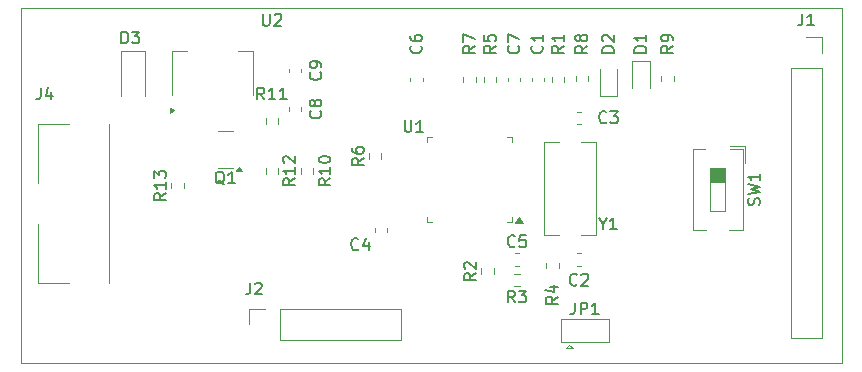
<source format=gbr>
%TF.GenerationSoftware,KiCad,Pcbnew,9.0.2*%
%TF.CreationDate,2025-10-23T03:25:40+03:00*%
%TF.ProjectId,stlinkv2,73746c69-6e6b-4763-922e-6b696361645f,rev?*%
%TF.SameCoordinates,Original*%
%TF.FileFunction,Legend,Top*%
%TF.FilePolarity,Positive*%
%FSLAX46Y46*%
G04 Gerber Fmt 4.6, Leading zero omitted, Abs format (unit mm)*
G04 Created by KiCad (PCBNEW 9.0.2) date 2025-10-23 03:25:40*
%MOMM*%
%LPD*%
G01*
G04 APERTURE LIST*
%ADD10C,0.150000*%
%ADD11C,0.120000*%
%TA.AperFunction,Profile*%
%ADD12C,0.050000*%
%TD*%
G04 APERTURE END LIST*
D10*
X76359580Y-27666666D02*
X76407200Y-27714285D01*
X76407200Y-27714285D02*
X76454819Y-27857142D01*
X76454819Y-27857142D02*
X76454819Y-27952380D01*
X76454819Y-27952380D02*
X76407200Y-28095237D01*
X76407200Y-28095237D02*
X76311961Y-28190475D01*
X76311961Y-28190475D02*
X76216723Y-28238094D01*
X76216723Y-28238094D02*
X76026247Y-28285713D01*
X76026247Y-28285713D02*
X75883390Y-28285713D01*
X75883390Y-28285713D02*
X75692914Y-28238094D01*
X75692914Y-28238094D02*
X75597676Y-28190475D01*
X75597676Y-28190475D02*
X75502438Y-28095237D01*
X75502438Y-28095237D02*
X75454819Y-27952380D01*
X75454819Y-27952380D02*
X75454819Y-27857142D01*
X75454819Y-27857142D02*
X75502438Y-27714285D01*
X75502438Y-27714285D02*
X75550057Y-27666666D01*
X75883390Y-27095237D02*
X75835771Y-27190475D01*
X75835771Y-27190475D02*
X75788152Y-27238094D01*
X75788152Y-27238094D02*
X75692914Y-27285713D01*
X75692914Y-27285713D02*
X75645295Y-27285713D01*
X75645295Y-27285713D02*
X75550057Y-27238094D01*
X75550057Y-27238094D02*
X75502438Y-27190475D01*
X75502438Y-27190475D02*
X75454819Y-27095237D01*
X75454819Y-27095237D02*
X75454819Y-26904761D01*
X75454819Y-26904761D02*
X75502438Y-26809523D01*
X75502438Y-26809523D02*
X75550057Y-26761904D01*
X75550057Y-26761904D02*
X75645295Y-26714285D01*
X75645295Y-26714285D02*
X75692914Y-26714285D01*
X75692914Y-26714285D02*
X75788152Y-26761904D01*
X75788152Y-26761904D02*
X75835771Y-26809523D01*
X75835771Y-26809523D02*
X75883390Y-26904761D01*
X75883390Y-26904761D02*
X75883390Y-27095237D01*
X75883390Y-27095237D02*
X75931009Y-27190475D01*
X75931009Y-27190475D02*
X75978628Y-27238094D01*
X75978628Y-27238094D02*
X76073866Y-27285713D01*
X76073866Y-27285713D02*
X76264342Y-27285713D01*
X76264342Y-27285713D02*
X76359580Y-27238094D01*
X76359580Y-27238094D02*
X76407200Y-27190475D01*
X76407200Y-27190475D02*
X76454819Y-27095237D01*
X76454819Y-27095237D02*
X76454819Y-26904761D01*
X76454819Y-26904761D02*
X76407200Y-26809523D01*
X76407200Y-26809523D02*
X76359580Y-26761904D01*
X76359580Y-26761904D02*
X76264342Y-26714285D01*
X76264342Y-26714285D02*
X76073866Y-26714285D01*
X76073866Y-26714285D02*
X75978628Y-26761904D01*
X75978628Y-26761904D02*
X75931009Y-26809523D01*
X75931009Y-26809523D02*
X75883390Y-26904761D01*
X93109580Y-22166666D02*
X93157200Y-22214285D01*
X93157200Y-22214285D02*
X93204819Y-22357142D01*
X93204819Y-22357142D02*
X93204819Y-22452380D01*
X93204819Y-22452380D02*
X93157200Y-22595237D01*
X93157200Y-22595237D02*
X93061961Y-22690475D01*
X93061961Y-22690475D02*
X92966723Y-22738094D01*
X92966723Y-22738094D02*
X92776247Y-22785713D01*
X92776247Y-22785713D02*
X92633390Y-22785713D01*
X92633390Y-22785713D02*
X92442914Y-22738094D01*
X92442914Y-22738094D02*
X92347676Y-22690475D01*
X92347676Y-22690475D02*
X92252438Y-22595237D01*
X92252438Y-22595237D02*
X92204819Y-22452380D01*
X92204819Y-22452380D02*
X92204819Y-22357142D01*
X92204819Y-22357142D02*
X92252438Y-22214285D01*
X92252438Y-22214285D02*
X92300057Y-22166666D01*
X92204819Y-21833332D02*
X92204819Y-21166666D01*
X92204819Y-21166666D02*
X93204819Y-21595237D01*
X52666666Y-25704819D02*
X52666666Y-26419104D01*
X52666666Y-26419104D02*
X52619047Y-26561961D01*
X52619047Y-26561961D02*
X52523809Y-26657200D01*
X52523809Y-26657200D02*
X52380952Y-26704819D01*
X52380952Y-26704819D02*
X52285714Y-26704819D01*
X53571428Y-26038152D02*
X53571428Y-26704819D01*
X53333333Y-25657200D02*
X53095238Y-26371485D01*
X53095238Y-26371485D02*
X53714285Y-26371485D01*
X70416666Y-42204819D02*
X70416666Y-42919104D01*
X70416666Y-42919104D02*
X70369047Y-43061961D01*
X70369047Y-43061961D02*
X70273809Y-43157200D01*
X70273809Y-43157200D02*
X70130952Y-43204819D01*
X70130952Y-43204819D02*
X70035714Y-43204819D01*
X70845238Y-42300057D02*
X70892857Y-42252438D01*
X70892857Y-42252438D02*
X70988095Y-42204819D01*
X70988095Y-42204819D02*
X71226190Y-42204819D01*
X71226190Y-42204819D02*
X71321428Y-42252438D01*
X71321428Y-42252438D02*
X71369047Y-42300057D01*
X71369047Y-42300057D02*
X71416666Y-42395295D01*
X71416666Y-42395295D02*
X71416666Y-42490533D01*
X71416666Y-42490533D02*
X71369047Y-42633390D01*
X71369047Y-42633390D02*
X70797619Y-43204819D01*
X70797619Y-43204819D02*
X71416666Y-43204819D01*
X91204819Y-22166666D02*
X90728628Y-22499999D01*
X91204819Y-22738094D02*
X90204819Y-22738094D01*
X90204819Y-22738094D02*
X90204819Y-22357142D01*
X90204819Y-22357142D02*
X90252438Y-22261904D01*
X90252438Y-22261904D02*
X90300057Y-22214285D01*
X90300057Y-22214285D02*
X90395295Y-22166666D01*
X90395295Y-22166666D02*
X90538152Y-22166666D01*
X90538152Y-22166666D02*
X90633390Y-22214285D01*
X90633390Y-22214285D02*
X90681009Y-22261904D01*
X90681009Y-22261904D02*
X90728628Y-22357142D01*
X90728628Y-22357142D02*
X90728628Y-22738094D01*
X90204819Y-21261904D02*
X90204819Y-21738094D01*
X90204819Y-21738094D02*
X90681009Y-21785713D01*
X90681009Y-21785713D02*
X90633390Y-21738094D01*
X90633390Y-21738094D02*
X90585771Y-21642856D01*
X90585771Y-21642856D02*
X90585771Y-21404761D01*
X90585771Y-21404761D02*
X90633390Y-21309523D01*
X90633390Y-21309523D02*
X90681009Y-21261904D01*
X90681009Y-21261904D02*
X90776247Y-21214285D01*
X90776247Y-21214285D02*
X91014342Y-21214285D01*
X91014342Y-21214285D02*
X91109580Y-21261904D01*
X91109580Y-21261904D02*
X91157200Y-21309523D01*
X91157200Y-21309523D02*
X91204819Y-21404761D01*
X91204819Y-21404761D02*
X91204819Y-21642856D01*
X91204819Y-21642856D02*
X91157200Y-21738094D01*
X91157200Y-21738094D02*
X91109580Y-21785713D01*
X59511905Y-21954819D02*
X59511905Y-20954819D01*
X59511905Y-20954819D02*
X59750000Y-20954819D01*
X59750000Y-20954819D02*
X59892857Y-21002438D01*
X59892857Y-21002438D02*
X59988095Y-21097676D01*
X59988095Y-21097676D02*
X60035714Y-21192914D01*
X60035714Y-21192914D02*
X60083333Y-21383390D01*
X60083333Y-21383390D02*
X60083333Y-21526247D01*
X60083333Y-21526247D02*
X60035714Y-21716723D01*
X60035714Y-21716723D02*
X59988095Y-21811961D01*
X59988095Y-21811961D02*
X59892857Y-21907200D01*
X59892857Y-21907200D02*
X59750000Y-21954819D01*
X59750000Y-21954819D02*
X59511905Y-21954819D01*
X60416667Y-20954819D02*
X61035714Y-20954819D01*
X61035714Y-20954819D02*
X60702381Y-21335771D01*
X60702381Y-21335771D02*
X60845238Y-21335771D01*
X60845238Y-21335771D02*
X60940476Y-21383390D01*
X60940476Y-21383390D02*
X60988095Y-21431009D01*
X60988095Y-21431009D02*
X61035714Y-21526247D01*
X61035714Y-21526247D02*
X61035714Y-21764342D01*
X61035714Y-21764342D02*
X60988095Y-21859580D01*
X60988095Y-21859580D02*
X60940476Y-21907200D01*
X60940476Y-21907200D02*
X60845238Y-21954819D01*
X60845238Y-21954819D02*
X60559524Y-21954819D01*
X60559524Y-21954819D02*
X60464286Y-21907200D01*
X60464286Y-21907200D02*
X60416667Y-21859580D01*
X106204819Y-22166666D02*
X105728628Y-22499999D01*
X106204819Y-22738094D02*
X105204819Y-22738094D01*
X105204819Y-22738094D02*
X105204819Y-22357142D01*
X105204819Y-22357142D02*
X105252438Y-22261904D01*
X105252438Y-22261904D02*
X105300057Y-22214285D01*
X105300057Y-22214285D02*
X105395295Y-22166666D01*
X105395295Y-22166666D02*
X105538152Y-22166666D01*
X105538152Y-22166666D02*
X105633390Y-22214285D01*
X105633390Y-22214285D02*
X105681009Y-22261904D01*
X105681009Y-22261904D02*
X105728628Y-22357142D01*
X105728628Y-22357142D02*
X105728628Y-22738094D01*
X106204819Y-21690475D02*
X106204819Y-21499999D01*
X106204819Y-21499999D02*
X106157200Y-21404761D01*
X106157200Y-21404761D02*
X106109580Y-21357142D01*
X106109580Y-21357142D02*
X105966723Y-21261904D01*
X105966723Y-21261904D02*
X105776247Y-21214285D01*
X105776247Y-21214285D02*
X105395295Y-21214285D01*
X105395295Y-21214285D02*
X105300057Y-21261904D01*
X105300057Y-21261904D02*
X105252438Y-21309523D01*
X105252438Y-21309523D02*
X105204819Y-21404761D01*
X105204819Y-21404761D02*
X105204819Y-21595237D01*
X105204819Y-21595237D02*
X105252438Y-21690475D01*
X105252438Y-21690475D02*
X105300057Y-21738094D01*
X105300057Y-21738094D02*
X105395295Y-21785713D01*
X105395295Y-21785713D02*
X105633390Y-21785713D01*
X105633390Y-21785713D02*
X105728628Y-21738094D01*
X105728628Y-21738094D02*
X105776247Y-21690475D01*
X105776247Y-21690475D02*
X105823866Y-21595237D01*
X105823866Y-21595237D02*
X105823866Y-21404761D01*
X105823866Y-21404761D02*
X105776247Y-21309523D01*
X105776247Y-21309523D02*
X105728628Y-21261904D01*
X105728628Y-21261904D02*
X105633390Y-21214285D01*
X79583333Y-39359580D02*
X79535714Y-39407200D01*
X79535714Y-39407200D02*
X79392857Y-39454819D01*
X79392857Y-39454819D02*
X79297619Y-39454819D01*
X79297619Y-39454819D02*
X79154762Y-39407200D01*
X79154762Y-39407200D02*
X79059524Y-39311961D01*
X79059524Y-39311961D02*
X79011905Y-39216723D01*
X79011905Y-39216723D02*
X78964286Y-39026247D01*
X78964286Y-39026247D02*
X78964286Y-38883390D01*
X78964286Y-38883390D02*
X79011905Y-38692914D01*
X79011905Y-38692914D02*
X79059524Y-38597676D01*
X79059524Y-38597676D02*
X79154762Y-38502438D01*
X79154762Y-38502438D02*
X79297619Y-38454819D01*
X79297619Y-38454819D02*
X79392857Y-38454819D01*
X79392857Y-38454819D02*
X79535714Y-38502438D01*
X79535714Y-38502438D02*
X79583333Y-38550057D01*
X80440476Y-38788152D02*
X80440476Y-39454819D01*
X80202381Y-38407200D02*
X79964286Y-39121485D01*
X79964286Y-39121485D02*
X80583333Y-39121485D01*
X97916666Y-43904819D02*
X97916666Y-44619104D01*
X97916666Y-44619104D02*
X97869047Y-44761961D01*
X97869047Y-44761961D02*
X97773809Y-44857200D01*
X97773809Y-44857200D02*
X97630952Y-44904819D01*
X97630952Y-44904819D02*
X97535714Y-44904819D01*
X98392857Y-44904819D02*
X98392857Y-43904819D01*
X98392857Y-43904819D02*
X98773809Y-43904819D01*
X98773809Y-43904819D02*
X98869047Y-43952438D01*
X98869047Y-43952438D02*
X98916666Y-44000057D01*
X98916666Y-44000057D02*
X98964285Y-44095295D01*
X98964285Y-44095295D02*
X98964285Y-44238152D01*
X98964285Y-44238152D02*
X98916666Y-44333390D01*
X98916666Y-44333390D02*
X98869047Y-44381009D01*
X98869047Y-44381009D02*
X98773809Y-44428628D01*
X98773809Y-44428628D02*
X98392857Y-44428628D01*
X99916666Y-44904819D02*
X99345238Y-44904819D01*
X99630952Y-44904819D02*
X99630952Y-43904819D01*
X99630952Y-43904819D02*
X99535714Y-44047676D01*
X99535714Y-44047676D02*
X99440476Y-44142914D01*
X99440476Y-44142914D02*
X99345238Y-44190533D01*
X76359580Y-24416666D02*
X76407200Y-24464285D01*
X76407200Y-24464285D02*
X76454819Y-24607142D01*
X76454819Y-24607142D02*
X76454819Y-24702380D01*
X76454819Y-24702380D02*
X76407200Y-24845237D01*
X76407200Y-24845237D02*
X76311961Y-24940475D01*
X76311961Y-24940475D02*
X76216723Y-24988094D01*
X76216723Y-24988094D02*
X76026247Y-25035713D01*
X76026247Y-25035713D02*
X75883390Y-25035713D01*
X75883390Y-25035713D02*
X75692914Y-24988094D01*
X75692914Y-24988094D02*
X75597676Y-24940475D01*
X75597676Y-24940475D02*
X75502438Y-24845237D01*
X75502438Y-24845237D02*
X75454819Y-24702380D01*
X75454819Y-24702380D02*
X75454819Y-24607142D01*
X75454819Y-24607142D02*
X75502438Y-24464285D01*
X75502438Y-24464285D02*
X75550057Y-24416666D01*
X76454819Y-23940475D02*
X76454819Y-23749999D01*
X76454819Y-23749999D02*
X76407200Y-23654761D01*
X76407200Y-23654761D02*
X76359580Y-23607142D01*
X76359580Y-23607142D02*
X76216723Y-23511904D01*
X76216723Y-23511904D02*
X76026247Y-23464285D01*
X76026247Y-23464285D02*
X75645295Y-23464285D01*
X75645295Y-23464285D02*
X75550057Y-23511904D01*
X75550057Y-23511904D02*
X75502438Y-23559523D01*
X75502438Y-23559523D02*
X75454819Y-23654761D01*
X75454819Y-23654761D02*
X75454819Y-23845237D01*
X75454819Y-23845237D02*
X75502438Y-23940475D01*
X75502438Y-23940475D02*
X75550057Y-23988094D01*
X75550057Y-23988094D02*
X75645295Y-24035713D01*
X75645295Y-24035713D02*
X75883390Y-24035713D01*
X75883390Y-24035713D02*
X75978628Y-23988094D01*
X75978628Y-23988094D02*
X76026247Y-23940475D01*
X76026247Y-23940475D02*
X76073866Y-23845237D01*
X76073866Y-23845237D02*
X76073866Y-23654761D01*
X76073866Y-23654761D02*
X76026247Y-23559523D01*
X76026247Y-23559523D02*
X75978628Y-23511904D01*
X75978628Y-23511904D02*
X75883390Y-23464285D01*
X92833333Y-39109580D02*
X92785714Y-39157200D01*
X92785714Y-39157200D02*
X92642857Y-39204819D01*
X92642857Y-39204819D02*
X92547619Y-39204819D01*
X92547619Y-39204819D02*
X92404762Y-39157200D01*
X92404762Y-39157200D02*
X92309524Y-39061961D01*
X92309524Y-39061961D02*
X92261905Y-38966723D01*
X92261905Y-38966723D02*
X92214286Y-38776247D01*
X92214286Y-38776247D02*
X92214286Y-38633390D01*
X92214286Y-38633390D02*
X92261905Y-38442914D01*
X92261905Y-38442914D02*
X92309524Y-38347676D01*
X92309524Y-38347676D02*
X92404762Y-38252438D01*
X92404762Y-38252438D02*
X92547619Y-38204819D01*
X92547619Y-38204819D02*
X92642857Y-38204819D01*
X92642857Y-38204819D02*
X92785714Y-38252438D01*
X92785714Y-38252438D02*
X92833333Y-38300057D01*
X93738095Y-38204819D02*
X93261905Y-38204819D01*
X93261905Y-38204819D02*
X93214286Y-38681009D01*
X93214286Y-38681009D02*
X93261905Y-38633390D01*
X93261905Y-38633390D02*
X93357143Y-38585771D01*
X93357143Y-38585771D02*
X93595238Y-38585771D01*
X93595238Y-38585771D02*
X93690476Y-38633390D01*
X93690476Y-38633390D02*
X93738095Y-38681009D01*
X93738095Y-38681009D02*
X93785714Y-38776247D01*
X93785714Y-38776247D02*
X93785714Y-39014342D01*
X93785714Y-39014342D02*
X93738095Y-39109580D01*
X93738095Y-39109580D02*
X93690476Y-39157200D01*
X93690476Y-39157200D02*
X93595238Y-39204819D01*
X93595238Y-39204819D02*
X93357143Y-39204819D01*
X93357143Y-39204819D02*
X93261905Y-39157200D01*
X93261905Y-39157200D02*
X93214286Y-39109580D01*
X100273809Y-37228628D02*
X100273809Y-37704819D01*
X99940476Y-36704819D02*
X100273809Y-37228628D01*
X100273809Y-37228628D02*
X100607142Y-36704819D01*
X101464285Y-37704819D02*
X100892857Y-37704819D01*
X101178571Y-37704819D02*
X101178571Y-36704819D01*
X101178571Y-36704819D02*
X101083333Y-36847676D01*
X101083333Y-36847676D02*
X100988095Y-36942914D01*
X100988095Y-36942914D02*
X100892857Y-36990533D01*
X77204819Y-33392857D02*
X76728628Y-33726190D01*
X77204819Y-33964285D02*
X76204819Y-33964285D01*
X76204819Y-33964285D02*
X76204819Y-33583333D01*
X76204819Y-33583333D02*
X76252438Y-33488095D01*
X76252438Y-33488095D02*
X76300057Y-33440476D01*
X76300057Y-33440476D02*
X76395295Y-33392857D01*
X76395295Y-33392857D02*
X76538152Y-33392857D01*
X76538152Y-33392857D02*
X76633390Y-33440476D01*
X76633390Y-33440476D02*
X76681009Y-33488095D01*
X76681009Y-33488095D02*
X76728628Y-33583333D01*
X76728628Y-33583333D02*
X76728628Y-33964285D01*
X77204819Y-32440476D02*
X77204819Y-33011904D01*
X77204819Y-32726190D02*
X76204819Y-32726190D01*
X76204819Y-32726190D02*
X76347676Y-32821428D01*
X76347676Y-32821428D02*
X76442914Y-32916666D01*
X76442914Y-32916666D02*
X76490533Y-33011904D01*
X76204819Y-31821428D02*
X76204819Y-31726190D01*
X76204819Y-31726190D02*
X76252438Y-31630952D01*
X76252438Y-31630952D02*
X76300057Y-31583333D01*
X76300057Y-31583333D02*
X76395295Y-31535714D01*
X76395295Y-31535714D02*
X76585771Y-31488095D01*
X76585771Y-31488095D02*
X76823866Y-31488095D01*
X76823866Y-31488095D02*
X77014342Y-31535714D01*
X77014342Y-31535714D02*
X77109580Y-31583333D01*
X77109580Y-31583333D02*
X77157200Y-31630952D01*
X77157200Y-31630952D02*
X77204819Y-31726190D01*
X77204819Y-31726190D02*
X77204819Y-31821428D01*
X77204819Y-31821428D02*
X77157200Y-31916666D01*
X77157200Y-31916666D02*
X77109580Y-31964285D01*
X77109580Y-31964285D02*
X77014342Y-32011904D01*
X77014342Y-32011904D02*
X76823866Y-32059523D01*
X76823866Y-32059523D02*
X76585771Y-32059523D01*
X76585771Y-32059523D02*
X76395295Y-32011904D01*
X76395295Y-32011904D02*
X76300057Y-31964285D01*
X76300057Y-31964285D02*
X76252438Y-31916666D01*
X76252438Y-31916666D02*
X76204819Y-31821428D01*
X103954819Y-22738094D02*
X102954819Y-22738094D01*
X102954819Y-22738094D02*
X102954819Y-22499999D01*
X102954819Y-22499999D02*
X103002438Y-22357142D01*
X103002438Y-22357142D02*
X103097676Y-22261904D01*
X103097676Y-22261904D02*
X103192914Y-22214285D01*
X103192914Y-22214285D02*
X103383390Y-22166666D01*
X103383390Y-22166666D02*
X103526247Y-22166666D01*
X103526247Y-22166666D02*
X103716723Y-22214285D01*
X103716723Y-22214285D02*
X103811961Y-22261904D01*
X103811961Y-22261904D02*
X103907200Y-22357142D01*
X103907200Y-22357142D02*
X103954819Y-22499999D01*
X103954819Y-22499999D02*
X103954819Y-22738094D01*
X103954819Y-21214285D02*
X103954819Y-21785713D01*
X103954819Y-21499999D02*
X102954819Y-21499999D01*
X102954819Y-21499999D02*
X103097676Y-21595237D01*
X103097676Y-21595237D02*
X103192914Y-21690475D01*
X103192914Y-21690475D02*
X103240533Y-21785713D01*
X92833333Y-43884819D02*
X92500000Y-43408628D01*
X92261905Y-43884819D02*
X92261905Y-42884819D01*
X92261905Y-42884819D02*
X92642857Y-42884819D01*
X92642857Y-42884819D02*
X92738095Y-42932438D01*
X92738095Y-42932438D02*
X92785714Y-42980057D01*
X92785714Y-42980057D02*
X92833333Y-43075295D01*
X92833333Y-43075295D02*
X92833333Y-43218152D01*
X92833333Y-43218152D02*
X92785714Y-43313390D01*
X92785714Y-43313390D02*
X92738095Y-43361009D01*
X92738095Y-43361009D02*
X92642857Y-43408628D01*
X92642857Y-43408628D02*
X92261905Y-43408628D01*
X93166667Y-42884819D02*
X93785714Y-42884819D01*
X93785714Y-42884819D02*
X93452381Y-43265771D01*
X93452381Y-43265771D02*
X93595238Y-43265771D01*
X93595238Y-43265771D02*
X93690476Y-43313390D01*
X93690476Y-43313390D02*
X93738095Y-43361009D01*
X93738095Y-43361009D02*
X93785714Y-43456247D01*
X93785714Y-43456247D02*
X93785714Y-43694342D01*
X93785714Y-43694342D02*
X93738095Y-43789580D01*
X93738095Y-43789580D02*
X93690476Y-43837200D01*
X93690476Y-43837200D02*
X93595238Y-43884819D01*
X93595238Y-43884819D02*
X93309524Y-43884819D01*
X93309524Y-43884819D02*
X93214286Y-43837200D01*
X93214286Y-43837200D02*
X93166667Y-43789580D01*
X96954819Y-22166666D02*
X96478628Y-22499999D01*
X96954819Y-22738094D02*
X95954819Y-22738094D01*
X95954819Y-22738094D02*
X95954819Y-22357142D01*
X95954819Y-22357142D02*
X96002438Y-22261904D01*
X96002438Y-22261904D02*
X96050057Y-22214285D01*
X96050057Y-22214285D02*
X96145295Y-22166666D01*
X96145295Y-22166666D02*
X96288152Y-22166666D01*
X96288152Y-22166666D02*
X96383390Y-22214285D01*
X96383390Y-22214285D02*
X96431009Y-22261904D01*
X96431009Y-22261904D02*
X96478628Y-22357142D01*
X96478628Y-22357142D02*
X96478628Y-22738094D01*
X96954819Y-21214285D02*
X96954819Y-21785713D01*
X96954819Y-21499999D02*
X95954819Y-21499999D01*
X95954819Y-21499999D02*
X96097676Y-21595237D01*
X96097676Y-21595237D02*
X96192914Y-21690475D01*
X96192914Y-21690475D02*
X96240533Y-21785713D01*
X89524819Y-41416666D02*
X89048628Y-41749999D01*
X89524819Y-41988094D02*
X88524819Y-41988094D01*
X88524819Y-41988094D02*
X88524819Y-41607142D01*
X88524819Y-41607142D02*
X88572438Y-41511904D01*
X88572438Y-41511904D02*
X88620057Y-41464285D01*
X88620057Y-41464285D02*
X88715295Y-41416666D01*
X88715295Y-41416666D02*
X88858152Y-41416666D01*
X88858152Y-41416666D02*
X88953390Y-41464285D01*
X88953390Y-41464285D02*
X89001009Y-41511904D01*
X89001009Y-41511904D02*
X89048628Y-41607142D01*
X89048628Y-41607142D02*
X89048628Y-41988094D01*
X88620057Y-41035713D02*
X88572438Y-40988094D01*
X88572438Y-40988094D02*
X88524819Y-40892856D01*
X88524819Y-40892856D02*
X88524819Y-40654761D01*
X88524819Y-40654761D02*
X88572438Y-40559523D01*
X88572438Y-40559523D02*
X88620057Y-40511904D01*
X88620057Y-40511904D02*
X88715295Y-40464285D01*
X88715295Y-40464285D02*
X88810533Y-40464285D01*
X88810533Y-40464285D02*
X88953390Y-40511904D01*
X88953390Y-40511904D02*
X89524819Y-41083332D01*
X89524819Y-41083332D02*
X89524819Y-40464285D01*
X71488095Y-19454819D02*
X71488095Y-20264342D01*
X71488095Y-20264342D02*
X71535714Y-20359580D01*
X71535714Y-20359580D02*
X71583333Y-20407200D01*
X71583333Y-20407200D02*
X71678571Y-20454819D01*
X71678571Y-20454819D02*
X71869047Y-20454819D01*
X71869047Y-20454819D02*
X71964285Y-20407200D01*
X71964285Y-20407200D02*
X72011904Y-20359580D01*
X72011904Y-20359580D02*
X72059523Y-20264342D01*
X72059523Y-20264342D02*
X72059523Y-19454819D01*
X72488095Y-19550057D02*
X72535714Y-19502438D01*
X72535714Y-19502438D02*
X72630952Y-19454819D01*
X72630952Y-19454819D02*
X72869047Y-19454819D01*
X72869047Y-19454819D02*
X72964285Y-19502438D01*
X72964285Y-19502438D02*
X73011904Y-19550057D01*
X73011904Y-19550057D02*
X73059523Y-19645295D01*
X73059523Y-19645295D02*
X73059523Y-19740533D01*
X73059523Y-19740533D02*
X73011904Y-19883390D01*
X73011904Y-19883390D02*
X72440476Y-20454819D01*
X72440476Y-20454819D02*
X73059523Y-20454819D01*
X98954819Y-22166666D02*
X98478628Y-22499999D01*
X98954819Y-22738094D02*
X97954819Y-22738094D01*
X97954819Y-22738094D02*
X97954819Y-22357142D01*
X97954819Y-22357142D02*
X98002438Y-22261904D01*
X98002438Y-22261904D02*
X98050057Y-22214285D01*
X98050057Y-22214285D02*
X98145295Y-22166666D01*
X98145295Y-22166666D02*
X98288152Y-22166666D01*
X98288152Y-22166666D02*
X98383390Y-22214285D01*
X98383390Y-22214285D02*
X98431009Y-22261904D01*
X98431009Y-22261904D02*
X98478628Y-22357142D01*
X98478628Y-22357142D02*
X98478628Y-22738094D01*
X98383390Y-21595237D02*
X98335771Y-21690475D01*
X98335771Y-21690475D02*
X98288152Y-21738094D01*
X98288152Y-21738094D02*
X98192914Y-21785713D01*
X98192914Y-21785713D02*
X98145295Y-21785713D01*
X98145295Y-21785713D02*
X98050057Y-21738094D01*
X98050057Y-21738094D02*
X98002438Y-21690475D01*
X98002438Y-21690475D02*
X97954819Y-21595237D01*
X97954819Y-21595237D02*
X97954819Y-21404761D01*
X97954819Y-21404761D02*
X98002438Y-21309523D01*
X98002438Y-21309523D02*
X98050057Y-21261904D01*
X98050057Y-21261904D02*
X98145295Y-21214285D01*
X98145295Y-21214285D02*
X98192914Y-21214285D01*
X98192914Y-21214285D02*
X98288152Y-21261904D01*
X98288152Y-21261904D02*
X98335771Y-21309523D01*
X98335771Y-21309523D02*
X98383390Y-21404761D01*
X98383390Y-21404761D02*
X98383390Y-21595237D01*
X98383390Y-21595237D02*
X98431009Y-21690475D01*
X98431009Y-21690475D02*
X98478628Y-21738094D01*
X98478628Y-21738094D02*
X98573866Y-21785713D01*
X98573866Y-21785713D02*
X98764342Y-21785713D01*
X98764342Y-21785713D02*
X98859580Y-21738094D01*
X98859580Y-21738094D02*
X98907200Y-21690475D01*
X98907200Y-21690475D02*
X98954819Y-21595237D01*
X98954819Y-21595237D02*
X98954819Y-21404761D01*
X98954819Y-21404761D02*
X98907200Y-21309523D01*
X98907200Y-21309523D02*
X98859580Y-21261904D01*
X98859580Y-21261904D02*
X98764342Y-21214285D01*
X98764342Y-21214285D02*
X98573866Y-21214285D01*
X98573866Y-21214285D02*
X98478628Y-21261904D01*
X98478628Y-21261904D02*
X98431009Y-21309523D01*
X98431009Y-21309523D02*
X98383390Y-21404761D01*
X89454819Y-22166666D02*
X88978628Y-22499999D01*
X89454819Y-22738094D02*
X88454819Y-22738094D01*
X88454819Y-22738094D02*
X88454819Y-22357142D01*
X88454819Y-22357142D02*
X88502438Y-22261904D01*
X88502438Y-22261904D02*
X88550057Y-22214285D01*
X88550057Y-22214285D02*
X88645295Y-22166666D01*
X88645295Y-22166666D02*
X88788152Y-22166666D01*
X88788152Y-22166666D02*
X88883390Y-22214285D01*
X88883390Y-22214285D02*
X88931009Y-22261904D01*
X88931009Y-22261904D02*
X88978628Y-22357142D01*
X88978628Y-22357142D02*
X88978628Y-22738094D01*
X88454819Y-21833332D02*
X88454819Y-21166666D01*
X88454819Y-21166666D02*
X89454819Y-21595237D01*
X95109580Y-22166666D02*
X95157200Y-22214285D01*
X95157200Y-22214285D02*
X95204819Y-22357142D01*
X95204819Y-22357142D02*
X95204819Y-22452380D01*
X95204819Y-22452380D02*
X95157200Y-22595237D01*
X95157200Y-22595237D02*
X95061961Y-22690475D01*
X95061961Y-22690475D02*
X94966723Y-22738094D01*
X94966723Y-22738094D02*
X94776247Y-22785713D01*
X94776247Y-22785713D02*
X94633390Y-22785713D01*
X94633390Y-22785713D02*
X94442914Y-22738094D01*
X94442914Y-22738094D02*
X94347676Y-22690475D01*
X94347676Y-22690475D02*
X94252438Y-22595237D01*
X94252438Y-22595237D02*
X94204819Y-22452380D01*
X94204819Y-22452380D02*
X94204819Y-22357142D01*
X94204819Y-22357142D02*
X94252438Y-22214285D01*
X94252438Y-22214285D02*
X94300057Y-22166666D01*
X95204819Y-21214285D02*
X95204819Y-21785713D01*
X95204819Y-21499999D02*
X94204819Y-21499999D01*
X94204819Y-21499999D02*
X94347676Y-21595237D01*
X94347676Y-21595237D02*
X94442914Y-21690475D01*
X94442914Y-21690475D02*
X94490533Y-21785713D01*
X84859580Y-22166666D02*
X84907200Y-22214285D01*
X84907200Y-22214285D02*
X84954819Y-22357142D01*
X84954819Y-22357142D02*
X84954819Y-22452380D01*
X84954819Y-22452380D02*
X84907200Y-22595237D01*
X84907200Y-22595237D02*
X84811961Y-22690475D01*
X84811961Y-22690475D02*
X84716723Y-22738094D01*
X84716723Y-22738094D02*
X84526247Y-22785713D01*
X84526247Y-22785713D02*
X84383390Y-22785713D01*
X84383390Y-22785713D02*
X84192914Y-22738094D01*
X84192914Y-22738094D02*
X84097676Y-22690475D01*
X84097676Y-22690475D02*
X84002438Y-22595237D01*
X84002438Y-22595237D02*
X83954819Y-22452380D01*
X83954819Y-22452380D02*
X83954819Y-22357142D01*
X83954819Y-22357142D02*
X84002438Y-22214285D01*
X84002438Y-22214285D02*
X84050057Y-22166666D01*
X83954819Y-21309523D02*
X83954819Y-21499999D01*
X83954819Y-21499999D02*
X84002438Y-21595237D01*
X84002438Y-21595237D02*
X84050057Y-21642856D01*
X84050057Y-21642856D02*
X84192914Y-21738094D01*
X84192914Y-21738094D02*
X84383390Y-21785713D01*
X84383390Y-21785713D02*
X84764342Y-21785713D01*
X84764342Y-21785713D02*
X84859580Y-21738094D01*
X84859580Y-21738094D02*
X84907200Y-21690475D01*
X84907200Y-21690475D02*
X84954819Y-21595237D01*
X84954819Y-21595237D02*
X84954819Y-21404761D01*
X84954819Y-21404761D02*
X84907200Y-21309523D01*
X84907200Y-21309523D02*
X84859580Y-21261904D01*
X84859580Y-21261904D02*
X84764342Y-21214285D01*
X84764342Y-21214285D02*
X84526247Y-21214285D01*
X84526247Y-21214285D02*
X84431009Y-21261904D01*
X84431009Y-21261904D02*
X84383390Y-21309523D01*
X84383390Y-21309523D02*
X84335771Y-21404761D01*
X84335771Y-21404761D02*
X84335771Y-21595237D01*
X84335771Y-21595237D02*
X84383390Y-21690475D01*
X84383390Y-21690475D02*
X84431009Y-21738094D01*
X84431009Y-21738094D02*
X84526247Y-21785713D01*
X71607142Y-26704819D02*
X71273809Y-26228628D01*
X71035714Y-26704819D02*
X71035714Y-25704819D01*
X71035714Y-25704819D02*
X71416666Y-25704819D01*
X71416666Y-25704819D02*
X71511904Y-25752438D01*
X71511904Y-25752438D02*
X71559523Y-25800057D01*
X71559523Y-25800057D02*
X71607142Y-25895295D01*
X71607142Y-25895295D02*
X71607142Y-26038152D01*
X71607142Y-26038152D02*
X71559523Y-26133390D01*
X71559523Y-26133390D02*
X71511904Y-26181009D01*
X71511904Y-26181009D02*
X71416666Y-26228628D01*
X71416666Y-26228628D02*
X71035714Y-26228628D01*
X72559523Y-26704819D02*
X71988095Y-26704819D01*
X72273809Y-26704819D02*
X72273809Y-25704819D01*
X72273809Y-25704819D02*
X72178571Y-25847676D01*
X72178571Y-25847676D02*
X72083333Y-25942914D01*
X72083333Y-25942914D02*
X71988095Y-25990533D01*
X73511904Y-26704819D02*
X72940476Y-26704819D01*
X73226190Y-26704819D02*
X73226190Y-25704819D01*
X73226190Y-25704819D02*
X73130952Y-25847676D01*
X73130952Y-25847676D02*
X73035714Y-25942914D01*
X73035714Y-25942914D02*
X72940476Y-25990533D01*
X117166666Y-19434819D02*
X117166666Y-20149104D01*
X117166666Y-20149104D02*
X117119047Y-20291961D01*
X117119047Y-20291961D02*
X117023809Y-20387200D01*
X117023809Y-20387200D02*
X116880952Y-20434819D01*
X116880952Y-20434819D02*
X116785714Y-20434819D01*
X118166666Y-20434819D02*
X117595238Y-20434819D01*
X117880952Y-20434819D02*
X117880952Y-19434819D01*
X117880952Y-19434819D02*
X117785714Y-19577676D01*
X117785714Y-19577676D02*
X117690476Y-19672914D01*
X117690476Y-19672914D02*
X117595238Y-19720533D01*
X63274819Y-34642857D02*
X62798628Y-34976190D01*
X63274819Y-35214285D02*
X62274819Y-35214285D01*
X62274819Y-35214285D02*
X62274819Y-34833333D01*
X62274819Y-34833333D02*
X62322438Y-34738095D01*
X62322438Y-34738095D02*
X62370057Y-34690476D01*
X62370057Y-34690476D02*
X62465295Y-34642857D01*
X62465295Y-34642857D02*
X62608152Y-34642857D01*
X62608152Y-34642857D02*
X62703390Y-34690476D01*
X62703390Y-34690476D02*
X62751009Y-34738095D01*
X62751009Y-34738095D02*
X62798628Y-34833333D01*
X62798628Y-34833333D02*
X62798628Y-35214285D01*
X63274819Y-33690476D02*
X63274819Y-34261904D01*
X63274819Y-33976190D02*
X62274819Y-33976190D01*
X62274819Y-33976190D02*
X62417676Y-34071428D01*
X62417676Y-34071428D02*
X62512914Y-34166666D01*
X62512914Y-34166666D02*
X62560533Y-34261904D01*
X62274819Y-33357142D02*
X62274819Y-32738095D01*
X62274819Y-32738095D02*
X62655771Y-33071428D01*
X62655771Y-33071428D02*
X62655771Y-32928571D01*
X62655771Y-32928571D02*
X62703390Y-32833333D01*
X62703390Y-32833333D02*
X62751009Y-32785714D01*
X62751009Y-32785714D02*
X62846247Y-32738095D01*
X62846247Y-32738095D02*
X63084342Y-32738095D01*
X63084342Y-32738095D02*
X63179580Y-32785714D01*
X63179580Y-32785714D02*
X63227200Y-32833333D01*
X63227200Y-32833333D02*
X63274819Y-32928571D01*
X63274819Y-32928571D02*
X63274819Y-33214285D01*
X63274819Y-33214285D02*
X63227200Y-33309523D01*
X63227200Y-33309523D02*
X63179580Y-33357142D01*
X83488095Y-28454819D02*
X83488095Y-29264342D01*
X83488095Y-29264342D02*
X83535714Y-29359580D01*
X83535714Y-29359580D02*
X83583333Y-29407200D01*
X83583333Y-29407200D02*
X83678571Y-29454819D01*
X83678571Y-29454819D02*
X83869047Y-29454819D01*
X83869047Y-29454819D02*
X83964285Y-29407200D01*
X83964285Y-29407200D02*
X84011904Y-29359580D01*
X84011904Y-29359580D02*
X84059523Y-29264342D01*
X84059523Y-29264342D02*
X84059523Y-28454819D01*
X85059523Y-29454819D02*
X84488095Y-29454819D01*
X84773809Y-29454819D02*
X84773809Y-28454819D01*
X84773809Y-28454819D02*
X84678571Y-28597676D01*
X84678571Y-28597676D02*
X84583333Y-28692914D01*
X84583333Y-28692914D02*
X84488095Y-28740533D01*
X74204819Y-33392857D02*
X73728628Y-33726190D01*
X74204819Y-33964285D02*
X73204819Y-33964285D01*
X73204819Y-33964285D02*
X73204819Y-33583333D01*
X73204819Y-33583333D02*
X73252438Y-33488095D01*
X73252438Y-33488095D02*
X73300057Y-33440476D01*
X73300057Y-33440476D02*
X73395295Y-33392857D01*
X73395295Y-33392857D02*
X73538152Y-33392857D01*
X73538152Y-33392857D02*
X73633390Y-33440476D01*
X73633390Y-33440476D02*
X73681009Y-33488095D01*
X73681009Y-33488095D02*
X73728628Y-33583333D01*
X73728628Y-33583333D02*
X73728628Y-33964285D01*
X74204819Y-32440476D02*
X74204819Y-33011904D01*
X74204819Y-32726190D02*
X73204819Y-32726190D01*
X73204819Y-32726190D02*
X73347676Y-32821428D01*
X73347676Y-32821428D02*
X73442914Y-32916666D01*
X73442914Y-32916666D02*
X73490533Y-33011904D01*
X73300057Y-32059523D02*
X73252438Y-32011904D01*
X73252438Y-32011904D02*
X73204819Y-31916666D01*
X73204819Y-31916666D02*
X73204819Y-31678571D01*
X73204819Y-31678571D02*
X73252438Y-31583333D01*
X73252438Y-31583333D02*
X73300057Y-31535714D01*
X73300057Y-31535714D02*
X73395295Y-31488095D01*
X73395295Y-31488095D02*
X73490533Y-31488095D01*
X73490533Y-31488095D02*
X73633390Y-31535714D01*
X73633390Y-31535714D02*
X74204819Y-32107142D01*
X74204819Y-32107142D02*
X74204819Y-31488095D01*
X80024819Y-31666666D02*
X79548628Y-31999999D01*
X80024819Y-32238094D02*
X79024819Y-32238094D01*
X79024819Y-32238094D02*
X79024819Y-31857142D01*
X79024819Y-31857142D02*
X79072438Y-31761904D01*
X79072438Y-31761904D02*
X79120057Y-31714285D01*
X79120057Y-31714285D02*
X79215295Y-31666666D01*
X79215295Y-31666666D02*
X79358152Y-31666666D01*
X79358152Y-31666666D02*
X79453390Y-31714285D01*
X79453390Y-31714285D02*
X79501009Y-31761904D01*
X79501009Y-31761904D02*
X79548628Y-31857142D01*
X79548628Y-31857142D02*
X79548628Y-32238094D01*
X79024819Y-30809523D02*
X79024819Y-30999999D01*
X79024819Y-30999999D02*
X79072438Y-31095237D01*
X79072438Y-31095237D02*
X79120057Y-31142856D01*
X79120057Y-31142856D02*
X79262914Y-31238094D01*
X79262914Y-31238094D02*
X79453390Y-31285713D01*
X79453390Y-31285713D02*
X79834342Y-31285713D01*
X79834342Y-31285713D02*
X79929580Y-31238094D01*
X79929580Y-31238094D02*
X79977200Y-31190475D01*
X79977200Y-31190475D02*
X80024819Y-31095237D01*
X80024819Y-31095237D02*
X80024819Y-30904761D01*
X80024819Y-30904761D02*
X79977200Y-30809523D01*
X79977200Y-30809523D02*
X79929580Y-30761904D01*
X79929580Y-30761904D02*
X79834342Y-30714285D01*
X79834342Y-30714285D02*
X79596247Y-30714285D01*
X79596247Y-30714285D02*
X79501009Y-30761904D01*
X79501009Y-30761904D02*
X79453390Y-30809523D01*
X79453390Y-30809523D02*
X79405771Y-30904761D01*
X79405771Y-30904761D02*
X79405771Y-31095237D01*
X79405771Y-31095237D02*
X79453390Y-31190475D01*
X79453390Y-31190475D02*
X79501009Y-31238094D01*
X79501009Y-31238094D02*
X79596247Y-31285713D01*
X68217261Y-33900057D02*
X68122023Y-33852438D01*
X68122023Y-33852438D02*
X68026785Y-33757200D01*
X68026785Y-33757200D02*
X67883928Y-33614342D01*
X67883928Y-33614342D02*
X67788690Y-33566723D01*
X67788690Y-33566723D02*
X67693452Y-33566723D01*
X67741071Y-33804819D02*
X67645833Y-33757200D01*
X67645833Y-33757200D02*
X67550595Y-33661961D01*
X67550595Y-33661961D02*
X67502976Y-33471485D01*
X67502976Y-33471485D02*
X67502976Y-33138152D01*
X67502976Y-33138152D02*
X67550595Y-32947676D01*
X67550595Y-32947676D02*
X67645833Y-32852438D01*
X67645833Y-32852438D02*
X67741071Y-32804819D01*
X67741071Y-32804819D02*
X67931547Y-32804819D01*
X67931547Y-32804819D02*
X68026785Y-32852438D01*
X68026785Y-32852438D02*
X68122023Y-32947676D01*
X68122023Y-32947676D02*
X68169642Y-33138152D01*
X68169642Y-33138152D02*
X68169642Y-33471485D01*
X68169642Y-33471485D02*
X68122023Y-33661961D01*
X68122023Y-33661961D02*
X68026785Y-33757200D01*
X68026785Y-33757200D02*
X67931547Y-33804819D01*
X67931547Y-33804819D02*
X67741071Y-33804819D01*
X69122023Y-33804819D02*
X68550595Y-33804819D01*
X68836309Y-33804819D02*
X68836309Y-32804819D01*
X68836309Y-32804819D02*
X68741071Y-32947676D01*
X68741071Y-32947676D02*
X68645833Y-33042914D01*
X68645833Y-33042914D02*
X68550595Y-33090533D01*
X100583333Y-28609580D02*
X100535714Y-28657200D01*
X100535714Y-28657200D02*
X100392857Y-28704819D01*
X100392857Y-28704819D02*
X100297619Y-28704819D01*
X100297619Y-28704819D02*
X100154762Y-28657200D01*
X100154762Y-28657200D02*
X100059524Y-28561961D01*
X100059524Y-28561961D02*
X100011905Y-28466723D01*
X100011905Y-28466723D02*
X99964286Y-28276247D01*
X99964286Y-28276247D02*
X99964286Y-28133390D01*
X99964286Y-28133390D02*
X100011905Y-27942914D01*
X100011905Y-27942914D02*
X100059524Y-27847676D01*
X100059524Y-27847676D02*
X100154762Y-27752438D01*
X100154762Y-27752438D02*
X100297619Y-27704819D01*
X100297619Y-27704819D02*
X100392857Y-27704819D01*
X100392857Y-27704819D02*
X100535714Y-27752438D01*
X100535714Y-27752438D02*
X100583333Y-27800057D01*
X100916667Y-27704819D02*
X101535714Y-27704819D01*
X101535714Y-27704819D02*
X101202381Y-28085771D01*
X101202381Y-28085771D02*
X101345238Y-28085771D01*
X101345238Y-28085771D02*
X101440476Y-28133390D01*
X101440476Y-28133390D02*
X101488095Y-28181009D01*
X101488095Y-28181009D02*
X101535714Y-28276247D01*
X101535714Y-28276247D02*
X101535714Y-28514342D01*
X101535714Y-28514342D02*
X101488095Y-28609580D01*
X101488095Y-28609580D02*
X101440476Y-28657200D01*
X101440476Y-28657200D02*
X101345238Y-28704819D01*
X101345238Y-28704819D02*
X101059524Y-28704819D01*
X101059524Y-28704819D02*
X100964286Y-28657200D01*
X100964286Y-28657200D02*
X100916667Y-28609580D01*
X101204819Y-22738094D02*
X100204819Y-22738094D01*
X100204819Y-22738094D02*
X100204819Y-22499999D01*
X100204819Y-22499999D02*
X100252438Y-22357142D01*
X100252438Y-22357142D02*
X100347676Y-22261904D01*
X100347676Y-22261904D02*
X100442914Y-22214285D01*
X100442914Y-22214285D02*
X100633390Y-22166666D01*
X100633390Y-22166666D02*
X100776247Y-22166666D01*
X100776247Y-22166666D02*
X100966723Y-22214285D01*
X100966723Y-22214285D02*
X101061961Y-22261904D01*
X101061961Y-22261904D02*
X101157200Y-22357142D01*
X101157200Y-22357142D02*
X101204819Y-22499999D01*
X101204819Y-22499999D02*
X101204819Y-22738094D01*
X100300057Y-21785713D02*
X100252438Y-21738094D01*
X100252438Y-21738094D02*
X100204819Y-21642856D01*
X100204819Y-21642856D02*
X100204819Y-21404761D01*
X100204819Y-21404761D02*
X100252438Y-21309523D01*
X100252438Y-21309523D02*
X100300057Y-21261904D01*
X100300057Y-21261904D02*
X100395295Y-21214285D01*
X100395295Y-21214285D02*
X100490533Y-21214285D01*
X100490533Y-21214285D02*
X100633390Y-21261904D01*
X100633390Y-21261904D02*
X101204819Y-21833332D01*
X101204819Y-21833332D02*
X101204819Y-21214285D01*
X98083333Y-42359580D02*
X98035714Y-42407200D01*
X98035714Y-42407200D02*
X97892857Y-42454819D01*
X97892857Y-42454819D02*
X97797619Y-42454819D01*
X97797619Y-42454819D02*
X97654762Y-42407200D01*
X97654762Y-42407200D02*
X97559524Y-42311961D01*
X97559524Y-42311961D02*
X97511905Y-42216723D01*
X97511905Y-42216723D02*
X97464286Y-42026247D01*
X97464286Y-42026247D02*
X97464286Y-41883390D01*
X97464286Y-41883390D02*
X97511905Y-41692914D01*
X97511905Y-41692914D02*
X97559524Y-41597676D01*
X97559524Y-41597676D02*
X97654762Y-41502438D01*
X97654762Y-41502438D02*
X97797619Y-41454819D01*
X97797619Y-41454819D02*
X97892857Y-41454819D01*
X97892857Y-41454819D02*
X98035714Y-41502438D01*
X98035714Y-41502438D02*
X98083333Y-41550057D01*
X98464286Y-41550057D02*
X98511905Y-41502438D01*
X98511905Y-41502438D02*
X98607143Y-41454819D01*
X98607143Y-41454819D02*
X98845238Y-41454819D01*
X98845238Y-41454819D02*
X98940476Y-41502438D01*
X98940476Y-41502438D02*
X98988095Y-41550057D01*
X98988095Y-41550057D02*
X99035714Y-41645295D01*
X99035714Y-41645295D02*
X99035714Y-41740533D01*
X99035714Y-41740533D02*
X98988095Y-41883390D01*
X98988095Y-41883390D02*
X98416667Y-42454819D01*
X98416667Y-42454819D02*
X99035714Y-42454819D01*
X113517200Y-35643332D02*
X113564819Y-35500475D01*
X113564819Y-35500475D02*
X113564819Y-35262380D01*
X113564819Y-35262380D02*
X113517200Y-35167142D01*
X113517200Y-35167142D02*
X113469580Y-35119523D01*
X113469580Y-35119523D02*
X113374342Y-35071904D01*
X113374342Y-35071904D02*
X113279104Y-35071904D01*
X113279104Y-35071904D02*
X113183866Y-35119523D01*
X113183866Y-35119523D02*
X113136247Y-35167142D01*
X113136247Y-35167142D02*
X113088628Y-35262380D01*
X113088628Y-35262380D02*
X113041009Y-35452856D01*
X113041009Y-35452856D02*
X112993390Y-35548094D01*
X112993390Y-35548094D02*
X112945771Y-35595713D01*
X112945771Y-35595713D02*
X112850533Y-35643332D01*
X112850533Y-35643332D02*
X112755295Y-35643332D01*
X112755295Y-35643332D02*
X112660057Y-35595713D01*
X112660057Y-35595713D02*
X112612438Y-35548094D01*
X112612438Y-35548094D02*
X112564819Y-35452856D01*
X112564819Y-35452856D02*
X112564819Y-35214761D01*
X112564819Y-35214761D02*
X112612438Y-35071904D01*
X112564819Y-34738570D02*
X113564819Y-34500475D01*
X113564819Y-34500475D02*
X112850533Y-34309999D01*
X112850533Y-34309999D02*
X113564819Y-34119523D01*
X113564819Y-34119523D02*
X112564819Y-33881428D01*
X113564819Y-32976666D02*
X113564819Y-33548094D01*
X113564819Y-33262380D02*
X112564819Y-33262380D01*
X112564819Y-33262380D02*
X112707676Y-33357618D01*
X112707676Y-33357618D02*
X112802914Y-33452856D01*
X112802914Y-33452856D02*
X112850533Y-33548094D01*
X96454819Y-43416666D02*
X95978628Y-43749999D01*
X96454819Y-43988094D02*
X95454819Y-43988094D01*
X95454819Y-43988094D02*
X95454819Y-43607142D01*
X95454819Y-43607142D02*
X95502438Y-43511904D01*
X95502438Y-43511904D02*
X95550057Y-43464285D01*
X95550057Y-43464285D02*
X95645295Y-43416666D01*
X95645295Y-43416666D02*
X95788152Y-43416666D01*
X95788152Y-43416666D02*
X95883390Y-43464285D01*
X95883390Y-43464285D02*
X95931009Y-43511904D01*
X95931009Y-43511904D02*
X95978628Y-43607142D01*
X95978628Y-43607142D02*
X95978628Y-43988094D01*
X95788152Y-42559523D02*
X96454819Y-42559523D01*
X95407200Y-42797618D02*
X96121485Y-43035713D01*
X96121485Y-43035713D02*
X96121485Y-42416666D01*
D11*
%TO.C,C8*%
X73740000Y-27359420D02*
X73740000Y-27640580D01*
X74760000Y-27359420D02*
X74760000Y-27640580D01*
%TO.C,C7*%
X92240000Y-24859420D02*
X92240000Y-25140580D01*
X93260000Y-24859420D02*
X93260000Y-25140580D01*
%TO.C,J4*%
X52485000Y-28800000D02*
X52485000Y-33750000D01*
X52485000Y-28800000D02*
X55085000Y-28800000D01*
X52485000Y-42200000D02*
X52485000Y-37250000D01*
X52485000Y-42200000D02*
X55085000Y-42200000D01*
X58485000Y-28800000D02*
X58485000Y-42200000D01*
%TO.C,J2*%
X70340000Y-44420000D02*
X71670000Y-44420000D01*
X70340000Y-45750000D02*
X70340000Y-44420000D01*
X72940000Y-44420000D02*
X83160000Y-44420000D01*
X72940000Y-47080000D02*
X72940000Y-44420000D01*
X72940000Y-47080000D02*
X83160000Y-47080000D01*
X83160000Y-47080000D02*
X83160000Y-44420000D01*
%TO.C,R5*%
X90227500Y-25237258D02*
X90227500Y-24762742D01*
X91272500Y-25237258D02*
X91272500Y-24762742D01*
%TO.C,D3*%
X59490000Y-22640000D02*
X59490000Y-26400000D01*
X61510000Y-22640000D02*
X59490000Y-22640000D01*
X61510000Y-22640000D02*
X61510000Y-26400000D01*
%TO.C,R9*%
X105227500Y-24687742D02*
X105227500Y-25162258D01*
X106272500Y-24687742D02*
X106272500Y-25162258D01*
%TO.C,C4*%
X80990000Y-37890580D02*
X80990000Y-37609420D01*
X82010000Y-37890580D02*
X82010000Y-37609420D01*
%TO.C,JP1*%
X96700000Y-45250000D02*
X100800000Y-45250000D01*
X96700000Y-47250000D02*
X96700000Y-45250000D01*
X97150000Y-47750000D02*
X97750000Y-47750000D01*
X97450000Y-47450000D02*
X97150000Y-47750000D01*
X97450000Y-47450000D02*
X97750000Y-47750000D01*
X100800000Y-45250000D02*
X100800000Y-47250000D01*
X100800000Y-47250000D02*
X96700000Y-47250000D01*
%TO.C,C9*%
X73740000Y-24390580D02*
X73740000Y-24109420D01*
X74760000Y-24390580D02*
X74760000Y-24109420D01*
%TO.C,C5*%
X92859420Y-39740000D02*
X93140580Y-39740000D01*
X92859420Y-40760000D02*
X93140580Y-40760000D01*
%TO.C,Y1*%
X95330000Y-30330000D02*
X96600000Y-30330000D01*
X95330000Y-38170000D02*
X95330000Y-30330000D01*
X95330000Y-38170000D02*
X96600000Y-38170000D01*
X99670000Y-30330000D02*
X98400000Y-30330000D01*
X99670000Y-38170000D02*
X98400000Y-38170000D01*
X99670000Y-38170000D02*
X99670000Y-30330000D01*
%TO.C,R10*%
X74727500Y-32512742D02*
X74727500Y-32987258D01*
X75772500Y-32512742D02*
X75772500Y-32987258D01*
%TO.C,D1*%
X102765000Y-23440000D02*
X102765000Y-25725000D01*
X104235000Y-23440000D02*
X102765000Y-23440000D01*
X104235000Y-25725000D02*
X104235000Y-23440000D01*
%TO.C,R3*%
X93237258Y-41477500D02*
X92762742Y-41477500D01*
X93237258Y-42522500D02*
X92762742Y-42522500D01*
%TO.C,R1*%
X95977500Y-24762742D02*
X95977500Y-25237258D01*
X97022500Y-24762742D02*
X97022500Y-25237258D01*
%TO.C,R2*%
X89977500Y-41487258D02*
X89977500Y-41012742D01*
X91022500Y-41487258D02*
X91022500Y-41012742D01*
%TO.C,U2*%
X63840000Y-22590000D02*
X65100000Y-22590000D01*
X63840000Y-26350000D02*
X63840000Y-22590000D01*
X70660000Y-22590000D02*
X69400000Y-22590000D01*
X70660000Y-26350000D02*
X70660000Y-22590000D01*
X63940000Y-27630000D02*
X63610000Y-27870000D01*
X63610000Y-27390000D01*
X63940000Y-27630000D01*
G36*
X63940000Y-27630000D02*
G01*
X63610000Y-27870000D01*
X63610000Y-27390000D01*
X63940000Y-27630000D01*
G37*
%TO.C,R8*%
X97977500Y-25162258D02*
X97977500Y-24687742D01*
X99022500Y-25162258D02*
X99022500Y-24687742D01*
%TO.C,R7*%
X88477500Y-25237258D02*
X88477500Y-24762742D01*
X89522500Y-25237258D02*
X89522500Y-24762742D01*
%TO.C,C1*%
X94240000Y-25140580D02*
X94240000Y-24859420D01*
X95260000Y-25140580D02*
X95260000Y-24859420D01*
%TO.C,C6*%
X83990000Y-24859420D02*
X83990000Y-25140580D01*
X85010000Y-24859420D02*
X85010000Y-25140580D01*
%TO.C,R11*%
X71727500Y-28737258D02*
X71727500Y-28262742D01*
X72772500Y-28737258D02*
X72772500Y-28262742D01*
%TO.C,J1*%
X116170000Y-24020000D02*
X116170000Y-46940000D01*
X116170000Y-24020000D02*
X118830000Y-24020000D01*
X116170000Y-46940000D02*
X118830000Y-46940000D01*
X117500000Y-21420000D02*
X118830000Y-21420000D01*
X118830000Y-21420000D02*
X118830000Y-22750000D01*
X118830000Y-24020000D02*
X118830000Y-46940000D01*
%TO.C,R13*%
X63727500Y-34237258D02*
X63727500Y-33762742D01*
X64772500Y-34237258D02*
X64772500Y-33762742D01*
%TO.C,U1*%
X85390000Y-29890000D02*
X85390000Y-30340000D01*
X85390000Y-37110000D02*
X85390000Y-36660000D01*
X85840000Y-29890000D02*
X85390000Y-29890000D01*
X85840000Y-37110000D02*
X85390000Y-37110000D01*
X92160000Y-29890000D02*
X92610000Y-29890000D01*
X92160000Y-37110000D02*
X92610000Y-37110000D01*
X92610000Y-29890000D02*
X92610000Y-30340000D01*
X92610000Y-37110000D02*
X92610000Y-36660000D01*
X93540000Y-37130000D02*
X92860000Y-37130000D01*
X93200000Y-36660000D01*
X93540000Y-37130000D01*
G36*
X93540000Y-37130000D02*
G01*
X92860000Y-37130000D01*
X93200000Y-36660000D01*
X93540000Y-37130000D01*
G37*
%TO.C,R12*%
X71727500Y-32987258D02*
X71727500Y-32512742D01*
X72772500Y-32987258D02*
X72772500Y-32512742D01*
%TO.C,R6*%
X80477500Y-31737258D02*
X80477500Y-31262742D01*
X81522500Y-31737258D02*
X81522500Y-31262742D01*
%TO.C,Q1*%
X68312500Y-29390000D02*
X67662500Y-29390000D01*
X68312500Y-29390000D02*
X68962500Y-29390000D01*
X68312500Y-32510000D02*
X67662500Y-32510000D01*
X68312500Y-32510000D02*
X68962500Y-32510000D01*
X69715000Y-32790000D02*
X69235000Y-32790000D01*
X69475000Y-32460000D01*
X69715000Y-32790000D01*
G36*
X69715000Y-32790000D02*
G01*
X69235000Y-32790000D01*
X69475000Y-32460000D01*
X69715000Y-32790000D01*
G37*
%TO.C,C3*%
X98109420Y-27740000D02*
X98390580Y-27740000D01*
X98109420Y-28760000D02*
X98390580Y-28760000D01*
%TO.C,D2*%
X100015000Y-24125000D02*
X100015000Y-26410000D01*
X100015000Y-26410000D02*
X101485000Y-26410000D01*
X101485000Y-26410000D02*
X101485000Y-24125000D01*
%TO.C,C2*%
X98109420Y-39740000D02*
X98390580Y-39740000D01*
X98109420Y-40760000D02*
X98390580Y-40760000D01*
%TO.C,SW1*%
X107890000Y-30900000D02*
X107890000Y-37720000D01*
X108960000Y-30900000D02*
X107890000Y-30900000D01*
X109040000Y-37720000D02*
X107890000Y-37720000D01*
X110635000Y-33706667D02*
X109365000Y-33706667D01*
X112110000Y-30900000D02*
X111040000Y-30900000D01*
X112110000Y-30900000D02*
X112110000Y-37720000D01*
X112110000Y-37720000D02*
X110960000Y-37720000D01*
X112350000Y-30660000D02*
X111040000Y-30660000D01*
X112350000Y-30660000D02*
X112350000Y-32043000D01*
X110635000Y-32500000D02*
X109365000Y-32500000D01*
X109365000Y-33706667D01*
X110635000Y-33706667D01*
X110635000Y-32500000D01*
G36*
X110635000Y-32500000D02*
G01*
X109365000Y-32500000D01*
X109365000Y-33706667D01*
X110635000Y-33706667D01*
X110635000Y-32500000D01*
G37*
X110635000Y-32500000D02*
X109365000Y-32500000D01*
X109365000Y-36120000D01*
X110635000Y-36120000D01*
X110635000Y-32500000D01*
%TO.C,R4*%
X95477500Y-40512742D02*
X95477500Y-40987258D01*
X96522500Y-40512742D02*
X96522500Y-40987258D01*
%TD*%
D12*
X51000000Y-19000000D02*
X120500000Y-19000000D01*
X120500000Y-49000000D01*
X51000000Y-49000000D01*
X51000000Y-19000000D01*
M02*

</source>
